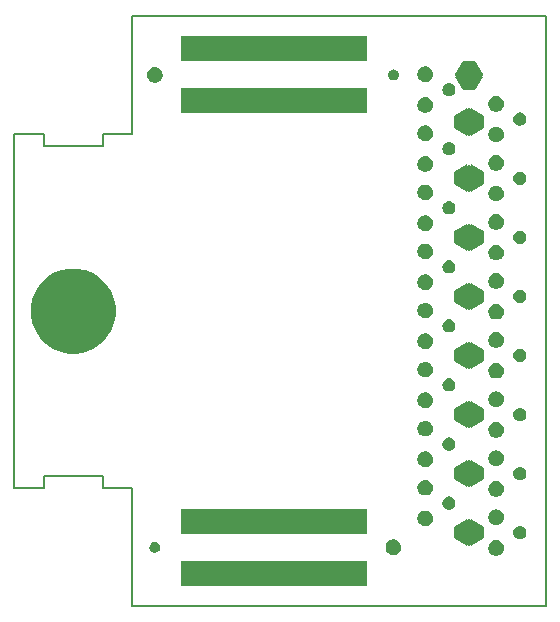
<source format=gbs>
From dc37b6407ed6c9434a7f2d8e9eef8221311e0f0a Mon Sep 17 00:00:00 2001
From: jaseg <git@jaseg.net>
Date: Tue, 27 Nov 2018 11:17:33 +0900
Subject: Do proper pretty breakout gerber export

---
 .../gerber.out/cable_breakout-B.Mask.gbs           | 2182 ++++++++++++++++++++
 1 file changed, 2182 insertions(+)
 create mode 100644 cable_breakout/gerber.out/cable_breakout-B.Mask.gbs

(limited to 'cable_breakout/gerber.out/cable_breakout-B.Mask.gbs')

diff --git a/cable_breakout/gerber.out/cable_breakout-B.Mask.gbs b/cable_breakout/gerber.out/cable_breakout-B.Mask.gbs
new file mode 100644
index 0000000..5dbc77a
--- /dev/null
+++ b/cable_breakout/gerber.out/cable_breakout-B.Mask.gbs
@@ -0,0 +1,2182 @@
+G04 #@! TF.GenerationSoftware,KiCad,Pcbnew,(5.0.1)*
+G04 #@! TF.CreationDate,2018-11-27T11:11:20+09:00*
+G04 #@! TF.ProjectId,cable_breakout,6361626C655F627265616B6F75742E6B,rev?*
+G04 #@! TF.SameCoordinates,Original*
+G04 #@! TF.FileFunction,Soldermask,Bot*
+G04 #@! TF.FilePolarity,Negative*
+%FSLAX46Y46*%
+G04 Gerber Fmt 4.6, Leading zero omitted, Abs format (unit mm)*
+G04 Created by KiCad (PCBNEW (5.0.1)) date Tue Nov 27 11:11:20 2018*
+%MOMM*%
+%LPD*%
+G01*
+G04 APERTURE LIST*
+%ADD10C,0.150000*%
+%ADD11C,0.500000*%
+%ADD12C,0.100000*%
+G04 APERTURE END LIST*
+D10*
+X117500000Y-130000000D02*
+X120000000Y-130000000D01*
+X117500000Y-129000000D02*
+X117500000Y-130000000D01*
+X112500000Y-129000000D02*
+X117500000Y-129000000D01*
+X112500000Y-130000000D02*
+X112500000Y-129000000D01*
+X110000000Y-130000000D02*
+X112500000Y-130000000D01*
+X117500000Y-100000000D02*
+X120000000Y-100000000D01*
+X117500000Y-101000000D02*
+X117500000Y-100000000D01*
+X112500000Y-101000000D02*
+X117500000Y-101000000D01*
+X112500000Y-100000000D02*
+X112500000Y-101000000D01*
+X110000000Y-100000000D02*
+X112500000Y-100000000D01*
+X120000000Y-130000000D02*
+X120000000Y-140000000D01*
+X120000000Y-90000000D02*
+X120000000Y-100000000D01*
+X155000000Y-140000000D02*
+X155000000Y-90000000D01*
+X120000000Y-140000000D02*
+X155000000Y-140000000D01*
+X155000000Y-90000000D02*
+X120000000Y-90000000D01*
+X110000000Y-130000000D02*
+X110000000Y-100000000D01*
+D11*
+G04 #@! TO.C,JP1*
+X148500000Y-98100000D02*
+X148500000Y-99900000D01*
+G04 #@! TO.C,JP2*
+X148500000Y-102850000D02*
+X148500000Y-104650000D01*
+G04 #@! TO.C,JP3*
+X148500000Y-107850000D02*
+X148500000Y-109650000D01*
+G04 #@! TO.C,JP4*
+X148500000Y-112850000D02*
+X148500000Y-114650000D01*
+G04 #@! TO.C,JP5*
+X149400000Y-95050000D02*
+X147600000Y-95050000D01*
+G04 #@! TO.C,JP6*
+X148500000Y-132850000D02*
+X148500000Y-134650000D01*
+G04 #@! TO.C,JP7*
+X148500000Y-127850000D02*
+X148500000Y-129650000D01*
+G04 #@! TO.C,JP8*
+X148500000Y-122850000D02*
+X148500000Y-124650000D01*
+G04 #@! TO.C,JP9*
+X148500000Y-117850000D02*
+X148500000Y-119650000D01*
+D12*
+G36*
+X139910000Y-138260000D02*
+X124090000Y-138260000D01*
+X124090000Y-136140000D01*
+X139910000Y-136140000D01*
+X139910000Y-138260000D01*
+X139910000Y-138260000D01*
+G37*
+G36*
+X150992514Y-134415363D02*
+X151112627Y-134465116D01*
+X151220726Y-134537345D01*
+X151312655Y-134629274D01*
+X151384884Y-134737373D01*
+X151434637Y-134857486D01*
+X151460000Y-134984994D01*
+X151460000Y-135115006D01*
+X151434637Y-135242514D01*
+X151384884Y-135362627D01*
+X151312655Y-135470726D01*
+X151220726Y-135562655D01*
+X151112627Y-135634884D01*
+X150992514Y-135684637D01*
+X150865006Y-135710000D01*
+X150734994Y-135710000D01*
+X150607486Y-135684637D01*
+X150487373Y-135634884D01*
+X150379274Y-135562655D01*
+X150287345Y-135470726D01*
+X150215116Y-135362627D01*
+X150165363Y-135242514D01*
+X150140000Y-135115006D01*
+X150140000Y-134984994D01*
+X150165363Y-134857486D01*
+X150215116Y-134737373D01*
+X150287345Y-134629274D01*
+X150379274Y-134537345D01*
+X150487373Y-134465116D01*
+X150607486Y-134415363D01*
+X150734994Y-134390000D01*
+X150865006Y-134390000D01*
+X150992514Y-134415363D01*
+X150992514Y-134415363D01*
+G37*
+G36*
+X142292514Y-134365363D02*
+X142412627Y-134415116D01*
+X142520726Y-134487345D01*
+X142612655Y-134579274D01*
+X142684884Y-134687373D01*
+X142734637Y-134807486D01*
+X142760000Y-134934994D01*
+X142760000Y-135065006D01*
+X142734637Y-135192514D01*
+X142684884Y-135312627D01*
+X142612655Y-135420726D01*
+X142520726Y-135512655D01*
+X142412627Y-135584884D01*
+X142292514Y-135634637D01*
+X142165006Y-135660000D01*
+X142034994Y-135660000D01*
+X141907486Y-135634637D01*
+X141787373Y-135584884D01*
+X141679274Y-135512655D01*
+X141587345Y-135420726D01*
+X141515116Y-135312627D01*
+X141465363Y-135192514D01*
+X141440000Y-135065006D01*
+X141440000Y-134934994D01*
+X141465363Y-134807486D01*
+X141515116Y-134687373D01*
+X141587345Y-134579274D01*
+X141679274Y-134487345D01*
+X141787373Y-134415116D01*
+X141907486Y-134365363D01*
+X142034994Y-134340000D01*
+X142165006Y-134340000D01*
+X142292514Y-134365363D01*
+X142292514Y-134365363D01*
+G37*
+G36*
+X122034177Y-134557677D02*
+X122117892Y-134592352D01*
+X122193236Y-134642696D01*
+X122257304Y-134706764D01*
+X122307648Y-134782108D01*
+X122342323Y-134865823D01*
+X122360000Y-134954692D01*
+X122360000Y-135045308D01*
+X122342323Y-135134177D01*
+X122307648Y-135217892D01*
+X122257304Y-135293236D01*
+X122193236Y-135357304D01*
+X122117892Y-135407648D01*
+X122034177Y-135442323D01*
+X121945308Y-135460000D01*
+X121854692Y-135460000D01*
+X121765823Y-135442323D01*
+X121682108Y-135407648D01*
+X121606764Y-135357304D01*
+X121542696Y-135293236D01*
+X121492352Y-135217892D01*
+X121457677Y-135134177D01*
+X121440000Y-135045308D01*
+X121440000Y-134954692D01*
+X121457677Y-134865823D01*
+X121492352Y-134782108D01*
+X121542696Y-134706764D01*
+X121606764Y-134642696D01*
+X121682108Y-134592352D01*
+X121765823Y-134557677D01*
+X121854692Y-134540000D01*
+X121945308Y-134540000D01*
+X122034177Y-134557677D01*
+X122034177Y-134557677D01*
+G37*
+G36*
+X149760000Y-133266029D02*
+X149760000Y-134233971D01*
+X148640000Y-134905971D01*
+X148640000Y-132594029D01*
+X149760000Y-133266029D01*
+X149760000Y-133266029D01*
+G37*
+G36*
+X148360000Y-134905971D02*
+X147240000Y-134233971D01*
+X147240000Y-133266029D01*
+X148360000Y-132594029D01*
+X148360000Y-134905971D01*
+X148360000Y-134905971D01*
+G37*
+G36*
+X152963346Y-133211520D02*
+X153065260Y-133253734D01*
+X153156979Y-133315019D01*
+X153234981Y-133393021D01*
+X153296266Y-133484740D01*
+X153338480Y-133586654D01*
+X153360000Y-133694845D01*
+X153360000Y-133805155D01*
+X153338480Y-133913346D01*
+X153296266Y-134015260D01*
+X153234981Y-134106979D01*
+X153156979Y-134184981D01*
+X153065260Y-134246266D01*
+X152963346Y-134288480D01*
+X152855155Y-134310000D01*
+X152744845Y-134310000D01*
+X152636654Y-134288480D01*
+X152534740Y-134246266D01*
+X152443021Y-134184981D01*
+X152365019Y-134106979D01*
+X152303734Y-134015260D01*
+X152261520Y-133913346D01*
+X152240000Y-133805155D01*
+X152240000Y-133694845D01*
+X152261520Y-133586654D01*
+X152303734Y-133484740D01*
+X152365019Y-133393021D01*
+X152443021Y-133315019D01*
+X152534740Y-133253734D01*
+X152636654Y-133211520D01*
+X152744845Y-133190000D01*
+X152855155Y-133190000D01*
+X152963346Y-133211520D01*
+X152963346Y-133211520D01*
+G37*
+G36*
+X139910000Y-133860000D02*
+X124095982Y-133860000D01*
+X124095982Y-131740000D01*
+X139910000Y-131740000D01*
+X139910000Y-133860000D01*
+X139910000Y-133860000D01*
+G37*
+G36*
+X144992514Y-131915363D02*
+X145112627Y-131965116D01*
+X145220726Y-132037345D01*
+X145312655Y-132129274D01*
+X145384884Y-132237373D01*
+X145434637Y-132357486D01*
+X145460000Y-132484994D01*
+X145460000Y-132615006D01*
+X145434637Y-132742514D01*
+X145384884Y-132862627D01*
+X145312655Y-132970726D01*
+X145220726Y-133062655D01*
+X145112627Y-133134884D01*
+X144992514Y-133184637D01*
+X144865006Y-133210000D01*
+X144734994Y-133210000D01*
+X144607486Y-133184637D01*
+X144487373Y-133134884D01*
+X144379274Y-133062655D01*
+X144287345Y-132970726D01*
+X144215116Y-132862627D01*
+X144165363Y-132742514D01*
+X144140000Y-132615006D01*
+X144140000Y-132484994D01*
+X144165363Y-132357486D01*
+X144215116Y-132237373D01*
+X144287345Y-132129274D01*
+X144379274Y-132037345D01*
+X144487373Y-131965116D01*
+X144607486Y-131915363D01*
+X144734994Y-131890000D01*
+X144865006Y-131890000D01*
+X144992514Y-131915363D01*
+X144992514Y-131915363D01*
+G37*
+G36*
+X150992514Y-131815363D02*
+X151112627Y-131865116D01*
+X151220726Y-131937345D01*
+X151312655Y-132029274D01*
+X151384884Y-132137373D01*
+X151434637Y-132257486D01*
+X151460000Y-132384994D01*
+X151460000Y-132515006D01*
+X151434637Y-132642514D01*
+X151384884Y-132762627D01*
+X151312655Y-132870726D01*
+X151220726Y-132962655D01*
+X151112627Y-133034884D01*
+X150992514Y-133084637D01*
+X150865006Y-133110000D01*
+X150734994Y-133110000D01*
+X150607486Y-133084637D01*
+X150487373Y-133034884D01*
+X150379274Y-132962655D01*
+X150287345Y-132870726D01*
+X150215116Y-132762627D01*
+X150165363Y-132642514D01*
+X150140000Y-132515006D01*
+X150140000Y-132384994D01*
+X150165363Y-132257486D01*
+X150215116Y-132137373D01*
+X150287345Y-132029274D01*
+X150379274Y-131937345D01*
+X150487373Y-131865116D01*
+X150607486Y-131815363D01*
+X150734994Y-131790000D01*
+X150865006Y-131790000D01*
+X150992514Y-131815363D01*
+X150992514Y-131815363D01*
+G37*
+G36*
+X146963346Y-130711520D02*
+X147065260Y-130753734D01*
+X147156979Y-130815019D01*
+X147234981Y-130893021D01*
+X147296266Y-130984740D01*
+X147338480Y-131086654D01*
+X147360000Y-131194845D01*
+X147360000Y-131305155D01*
+X147338480Y-131413346D01*
+X147296266Y-131515260D01*
+X147234981Y-131606979D01*
+X147156979Y-131684981D01*
+X147065260Y-131746266D01*
+X146963346Y-131788480D01*
+X146855155Y-131810000D01*
+X146744845Y-131810000D01*
+X146636654Y-131788480D01*
+X146534740Y-131746266D01*
+X146443021Y-131684981D01*
+X146365019Y-131606979D01*
+X146303734Y-131515260D01*
+X146261520Y-131413346D01*
+X146240000Y-131305155D01*
+X146240000Y-131194845D01*
+X146261520Y-131086654D01*
+X146303734Y-130984740D01*
+X146365019Y-130893021D01*
+X146443021Y-130815019D01*
+X146534740Y-130753734D01*
+X146636654Y-130711520D01*
+X146744845Y-130690000D01*
+X146855155Y-130690000D01*
+X146963346Y-130711520D01*
+X146963346Y-130711520D01*
+G37*
+G36*
+X150992514Y-129415363D02*
+X151112627Y-129465116D01*
+X151220726Y-129537345D01*
+X151312655Y-129629274D01*
+X151384884Y-129737373D01*
+X151434637Y-129857486D01*
+X151460000Y-129984994D01*
+X151460000Y-130115006D01*
+X151434637Y-130242514D01*
+X151384884Y-130362627D01*
+X151312655Y-130470726D01*
+X151220726Y-130562655D01*
+X151112627Y-130634884D01*
+X150992514Y-130684637D01*
+X150865006Y-130710000D01*
+X150734994Y-130710000D01*
+X150607486Y-130684637D01*
+X150487373Y-130634884D01*
+X150379274Y-130562655D01*
+X150287345Y-130470726D01*
+X150215116Y-130362627D01*
+X150165363Y-130242514D01*
+X150140000Y-130115006D01*
+X150140000Y-129984994D01*
+X150165363Y-129857486D01*
+X150215116Y-129737373D01*
+X150287345Y-129629274D01*
+X150379274Y-129537345D01*
+X150487373Y-129465116D01*
+X150607486Y-129415363D01*
+X150734994Y-129390000D01*
+X150865006Y-129390000D01*
+X150992514Y-129415363D01*
+X150992514Y-129415363D01*
+G37*
+G36*
+X144992514Y-129315363D02*
+X145112627Y-129365116D01*
+X145220726Y-129437345D01*
+X145312655Y-129529274D01*
+X145384884Y-129637373D01*
+X145434637Y-129757486D01*
+X145460000Y-129884994D01*
+X145460000Y-130015006D01*
+X145434637Y-130142514D01*
+X145384884Y-130262627D01*
+X145312655Y-130370726D01*
+X145220726Y-130462655D01*
+X145112627Y-130534884D01*
+X144992514Y-130584637D01*
+X144865006Y-130610000D01*
+X144734994Y-130610000D01*
+X144607486Y-130584637D01*
+X144487373Y-130534884D01*
+X144379274Y-130462655D01*
+X144287345Y-130370726D01*
+X144215116Y-130262627D01*
+X144165363Y-130142514D01*
+X144140000Y-130015006D01*
+X144140000Y-129884994D01*
+X144165363Y-129757486D01*
+X144215116Y-129637373D01*
+X144287345Y-129529274D01*
+X144379274Y-129437345D01*
+X144487373Y-129365116D01*
+X144607486Y-129315363D01*
+X144734994Y-129290000D01*
+X144865006Y-129290000D01*
+X144992514Y-129315363D01*
+X144992514Y-129315363D01*
+G37*
+G36*
+X148360000Y-129905971D02*
+X147240000Y-129233971D01*
+X147240000Y-128266029D01*
+X148360000Y-127594029D01*
+X148360000Y-129905971D01*
+X148360000Y-129905971D01*
+G37*
+G36*
+X149760000Y-128266029D02*
+X149760000Y-129233971D01*
+X148640000Y-129905971D01*
+X148640000Y-127594029D01*
+X149760000Y-128266029D01*
+X149760000Y-128266029D01*
+G37*
+G36*
+X152963346Y-128211520D02*
+X153065260Y-128253734D01*
+X153156979Y-128315019D01*
+X153234981Y-128393021D01*
+X153296266Y-128484740D01*
+X153338480Y-128586654D01*
+X153360000Y-128694845D01*
+X153360000Y-128805155D01*
+X153338480Y-128913346D01*
+X153296266Y-129015260D01*
+X153234981Y-129106979D01*
+X153156979Y-129184981D01*
+X153065260Y-129246266D01*
+X152963346Y-129288480D01*
+X152855155Y-129310000D01*
+X152744845Y-129310000D01*
+X152636654Y-129288480D01*
+X152534740Y-129246266D01*
+X152443021Y-129184981D01*
+X152365019Y-129106979D01*
+X152303734Y-129015260D01*
+X152261520Y-128913346D01*
+X152240000Y-128805155D01*
+X152240000Y-128694845D01*
+X152261520Y-128586654D01*
+X152303734Y-128484740D01*
+X152365019Y-128393021D01*
+X152443021Y-128315019D01*
+X152534740Y-128253734D01*
+X152636654Y-128211520D01*
+X152744845Y-128190000D01*
+X152855155Y-128190000D01*
+X152963346Y-128211520D01*
+X152963346Y-128211520D01*
+G37*
+G36*
+X144992514Y-126915363D02*
+X145112627Y-126965116D01*
+X145220726Y-127037345D01*
+X145312655Y-127129274D01*
+X145384884Y-127237373D01*
+X145434637Y-127357486D01*
+X145460000Y-127484994D01*
+X145460000Y-127615006D01*
+X145434637Y-127742514D01*
+X145384884Y-127862627D01*
+X145312655Y-127970726D01*
+X145220726Y-128062655D01*
+X145112627Y-128134884D01*
+X144992514Y-128184637D01*
+X144865006Y-128210000D01*
+X144734994Y-128210000D01*
+X144607486Y-128184637D01*
+X144487373Y-128134884D01*
+X144379274Y-128062655D01*
+X144287345Y-127970726D01*
+X144215116Y-127862627D01*
+X144165363Y-127742514D01*
+X144140000Y-127615006D01*
+X144140000Y-127484994D01*
+X144165363Y-127357486D01*
+X144215116Y-127237373D01*
+X144287345Y-127129274D01*
+X144379274Y-127037345D01*
+X144487373Y-126965116D01*
+X144607486Y-126915363D01*
+X144734994Y-126890000D01*
+X144865006Y-126890000D01*
+X144992514Y-126915363D01*
+X144992514Y-126915363D01*
+G37*
+G36*
+X150992514Y-126815363D02*
+X151112627Y-126865116D01*
+X151220726Y-126937345D01*
+X151312655Y-127029274D01*
+X151384884Y-127137373D01*
+X151434637Y-127257486D01*
+X151460000Y-127384994D01*
+X151460000Y-127515006D01*
+X151434637Y-127642514D01*
+X151384884Y-127762627D01*
+X151312655Y-127870726D01*
+X151220726Y-127962655D01*
+X151112627Y-128034884D01*
+X150992514Y-128084637D01*
+X150865006Y-128110000D01*
+X150734994Y-128110000D01*
+X150607486Y-128084637D01*
+X150487373Y-128034884D01*
+X150379274Y-127962655D01*
+X150287345Y-127870726D01*
+X150215116Y-127762627D01*
+X150165363Y-127642514D01*
+X150140000Y-127515006D01*
+X150140000Y-127384994D01*
+X150165363Y-127257486D01*
+X150215116Y-127137373D01*
+X150287345Y-127029274D01*
+X150379274Y-126937345D01*
+X150487373Y-126865116D01*
+X150607486Y-126815363D01*
+X150734994Y-126790000D01*
+X150865006Y-126790000D01*
+X150992514Y-126815363D01*
+X150992514Y-126815363D01*
+G37*
+G36*
+X146963346Y-125711520D02*
+X147065260Y-125753734D01*
+X147156979Y-125815019D01*
+X147234981Y-125893021D01*
+X147296266Y-125984740D01*
+X147338480Y-126086654D01*
+X147360000Y-126194845D01*
+X147360000Y-126305155D01*
+X147338480Y-126413346D01*
+X147296266Y-126515260D01*
+X147234981Y-126606979D01*
+X147156979Y-126684981D01*
+X147065260Y-126746266D01*
+X146963346Y-126788480D01*
+X146855155Y-126810000D01*
+X146744845Y-126810000D01*
+X146636654Y-126788480D01*
+X146534740Y-126746266D01*
+X146443021Y-126684981D01*
+X146365019Y-126606979D01*
+X146303734Y-126515260D01*
+X146261520Y-126413346D01*
+X146240000Y-126305155D01*
+X146240000Y-126194845D01*
+X146261520Y-126086654D01*
+X146303734Y-125984740D01*
+X146365019Y-125893021D01*
+X146443021Y-125815019D01*
+X146534740Y-125753734D01*
+X146636654Y-125711520D01*
+X146744845Y-125690000D01*
+X146855155Y-125690000D01*
+X146963346Y-125711520D01*
+X146963346Y-125711520D01*
+G37*
+G36*
+X150992514Y-124415363D02*
+X151112627Y-124465116D01*
+X151220726Y-124537345D01*
+X151312655Y-124629274D01*
+X151384884Y-124737373D01*
+X151434637Y-124857486D01*
+X151460000Y-124984994D01*
+X151460000Y-125115006D01*
+X151434637Y-125242514D01*
+X151384884Y-125362627D01*
+X151312655Y-125470726D01*
+X151220726Y-125562655D01*
+X151112627Y-125634884D01*
+X150992514Y-125684637D01*
+X150865006Y-125710000D01*
+X150734994Y-125710000D01*
+X150607486Y-125684637D01*
+X150487373Y-125634884D01*
+X150379274Y-125562655D01*
+X150287345Y-125470726D01*
+X150215116Y-125362627D01*
+X150165363Y-125242514D01*
+X150140000Y-125115006D01*
+X150140000Y-124984994D01*
+X150165363Y-124857486D01*
+X150215116Y-124737373D01*
+X150287345Y-124629274D01*
+X150379274Y-124537345D01*
+X150487373Y-124465116D01*
+X150607486Y-124415363D01*
+X150734994Y-124390000D01*
+X150865006Y-124390000D01*
+X150992514Y-124415363D01*
+X150992514Y-124415363D01*
+G37*
+G36*
+X144992514Y-124315363D02*
+X145112627Y-124365116D01*
+X145220726Y-124437345D01*
+X145312655Y-124529274D01*
+X145384884Y-124637373D01*
+X145434637Y-124757486D01*
+X145460000Y-124884994D01*
+X145460000Y-125015006D01*
+X145434637Y-125142514D01*
+X145384884Y-125262627D01*
+X145312655Y-125370726D01*
+X145220726Y-125462655D01*
+X145112627Y-125534884D01*
+X144992514Y-125584637D01*
+X144865006Y-125610000D01*
+X144734994Y-125610000D01*
+X144607486Y-125584637D01*
+X144487373Y-125534884D01*
+X144379274Y-125462655D01*
+X144287345Y-125370726D01*
+X144215116Y-125262627D01*
+X144165363Y-125142514D01*
+X144140000Y-125015006D01*
+X144140000Y-124884994D01*
+X144165363Y-124757486D01*
+X144215116Y-124637373D01*
+X144287345Y-124529274D01*
+X144379274Y-124437345D01*
+X144487373Y-124365116D01*
+X144607486Y-124315363D01*
+X144734994Y-124290000D01*
+X144865006Y-124290000D01*
+X144992514Y-124315363D01*
+X144992514Y-124315363D01*
+G37*
+G36*
+X148360000Y-124905971D02*
+X147240000Y-124233971D01*
+X147240000Y-123266029D01*
+X148360000Y-122594029D01*
+X148360000Y-124905971D01*
+X148360000Y-124905971D01*
+G37*
+G36*
+X149760000Y-123266029D02*
+X149760000Y-124233971D01*
+X148640000Y-124905971D01*
+X148640000Y-122594029D01*
+X149760000Y-123266029D01*
+X149760000Y-123266029D01*
+G37*
+G36*
+X152963346Y-123211520D02*
+X153065260Y-123253734D01*
+X153156979Y-123315019D01*
+X153234981Y-123393021D01*
+X153296266Y-123484740D01*
+X153338480Y-123586654D01*
+X153360000Y-123694845D01*
+X153360000Y-123805155D01*
+X153338480Y-123913346D01*
+X153296266Y-124015260D01*
+X153234981Y-124106979D01*
+X153156979Y-124184981D01*
+X153065260Y-124246266D01*
+X152963346Y-124288480D01*
+X152855155Y-124310000D01*
+X152744845Y-124310000D01*
+X152636654Y-124288480D01*
+X152534740Y-124246266D01*
+X152443021Y-124184981D01*
+X152365019Y-124106979D01*
+X152303734Y-124015260D01*
+X152261520Y-123913346D01*
+X152240000Y-123805155D01*
+X152240000Y-123694845D01*
+X152261520Y-123586654D01*
+X152303734Y-123484740D01*
+X152365019Y-123393021D01*
+X152443021Y-123315019D01*
+X152534740Y-123253734D01*
+X152636654Y-123211520D01*
+X152744845Y-123190000D01*
+X152855155Y-123190000D01*
+X152963346Y-123211520D01*
+X152963346Y-123211520D01*
+G37*
+G36*
+X144992514Y-121915363D02*
+X145112627Y-121965116D01*
+X145220726Y-122037345D01*
+X145312655Y-122129274D01*
+X145384884Y-122237373D01*
+X145434637Y-122357486D01*
+X145460000Y-122484994D01*
+X145460000Y-122615006D01*
+X145434637Y-122742514D01*
+X145384884Y-122862627D01*
+X145312655Y-122970726D01*
+X145220726Y-123062655D01*
+X145112627Y-123134884D01*
+X144992514Y-123184637D01*
+X144865006Y-123210000D01*
+X144734994Y-123210000D01*
+X144607486Y-123184637D01*
+X144487373Y-123134884D01*
+X144379274Y-123062655D01*
+X144287345Y-122970726D01*
+X144215116Y-122862627D01*
+X144165363Y-122742514D01*
+X144140000Y-122615006D01*
+X144140000Y-122484994D01*
+X144165363Y-122357486D01*
+X144215116Y-122237373D01*
+X144287345Y-122129274D01*
+X144379274Y-122037345D01*
+X144487373Y-121965116D01*
+X144607486Y-121915363D01*
+X144734994Y-121890000D01*
+X144865006Y-121890000D01*
+X144992514Y-121915363D01*
+X144992514Y-121915363D01*
+G37*
+G36*
+X150992514Y-121815363D02*
+X151112627Y-121865116D01*
+X151220726Y-121937345D01*
+X151312655Y-122029274D01*
+X151384884Y-122137373D01*
+X151434637Y-122257486D01*
+X151460000Y-122384994D01*
+X151460000Y-122515006D01*
+X151434637Y-122642514D01*
+X151384884Y-122762627D01*
+X151312655Y-122870726D01*
+X151220726Y-122962655D01*
+X151112627Y-123034884D01*
+X150992514Y-123084637D01*
+X150865006Y-123110000D01*
+X150734994Y-123110000D01*
+X150607486Y-123084637D01*
+X150487373Y-123034884D01*
+X150379274Y-122962655D01*
+X150287345Y-122870726D01*
+X150215116Y-122762627D01*
+X150165363Y-122642514D01*
+X150140000Y-122515006D01*
+X150140000Y-122384994D01*
+X150165363Y-122257486D01*
+X150215116Y-122137373D01*
+X150287345Y-122029274D01*
+X150379274Y-121937345D01*
+X150487373Y-121865116D01*
+X150607486Y-121815363D01*
+X150734994Y-121790000D01*
+X150865006Y-121790000D01*
+X150992514Y-121815363D01*
+X150992514Y-121815363D01*
+G37*
+G36*
+X146963346Y-120711520D02*
+X147065260Y-120753734D01*
+X147156979Y-120815019D01*
+X147234981Y-120893021D01*
+X147296266Y-120984740D01*
+X147338480Y-121086654D01*
+X147360000Y-121194845D01*
+X147360000Y-121305155D01*
+X147338480Y-121413346D01*
+X147296266Y-121515260D01*
+X147234981Y-121606979D01*
+X147156979Y-121684981D01*
+X147065260Y-121746266D01*
+X146963346Y-121788480D01*
+X146855155Y-121810000D01*
+X146744845Y-121810000D01*
+X146636654Y-121788480D01*
+X146534740Y-121746266D01*
+X146443021Y-121684981D01*
+X146365019Y-121606979D01*
+X146303734Y-121515260D01*
+X146261520Y-121413346D01*
+X146240000Y-121305155D01*
+X146240000Y-121194845D01*
+X146261520Y-121086654D01*
+X146303734Y-120984740D01*
+X146365019Y-120893021D01*
+X146443021Y-120815019D01*
+X146534740Y-120753734D01*
+X146636654Y-120711520D01*
+X146744845Y-120690000D01*
+X146855155Y-120690000D01*
+X146963346Y-120711520D01*
+X146963346Y-120711520D01*
+G37*
+G36*
+X150992514Y-119415363D02*
+X151112627Y-119465116D01*
+X151220726Y-119537345D01*
+X151312655Y-119629274D01*
+X151384884Y-119737373D01*
+X151434637Y-119857486D01*
+X151460000Y-119984994D01*
+X151460000Y-120115006D01*
+X151434637Y-120242514D01*
+X151384884Y-120362627D01*
+X151312655Y-120470726D01*
+X151220726Y-120562655D01*
+X151112627Y-120634884D01*
+X150992514Y-120684637D01*
+X150865006Y-120710000D01*
+X150734994Y-120710000D01*
+X150607486Y-120684637D01*
+X150487373Y-120634884D01*
+X150379274Y-120562655D01*
+X150287345Y-120470726D01*
+X150215116Y-120362627D01*
+X150165363Y-120242514D01*
+X150140000Y-120115006D01*
+X150140000Y-119984994D01*
+X150165363Y-119857486D01*
+X150215116Y-119737373D01*
+X150287345Y-119629274D01*
+X150379274Y-119537345D01*
+X150487373Y-119465116D01*
+X150607486Y-119415363D01*
+X150734994Y-119390000D01*
+X150865006Y-119390000D01*
+X150992514Y-119415363D01*
+X150992514Y-119415363D01*
+G37*
+G36*
+X144992514Y-119315363D02*
+X145112627Y-119365116D01*
+X145220726Y-119437345D01*
+X145312655Y-119529274D01*
+X145384884Y-119637373D01*
+X145434637Y-119757486D01*
+X145460000Y-119884994D01*
+X145460000Y-120015006D01*
+X145434637Y-120142514D01*
+X145384884Y-120262627D01*
+X145312655Y-120370726D01*
+X145220726Y-120462655D01*
+X145112627Y-120534884D01*
+X144992514Y-120584637D01*
+X144865006Y-120610000D01*
+X144734994Y-120610000D01*
+X144607486Y-120584637D01*
+X144487373Y-120534884D01*
+X144379274Y-120462655D01*
+X144287345Y-120370726D01*
+X144215116Y-120262627D01*
+X144165363Y-120142514D01*
+X144140000Y-120015006D01*
+X144140000Y-119884994D01*
+X144165363Y-119757486D01*
+X144215116Y-119637373D01*
+X144287345Y-119529274D01*
+X144379274Y-119437345D01*
+X144487373Y-119365116D01*
+X144607486Y-119315363D01*
+X144734994Y-119290000D01*
+X144865006Y-119290000D01*
+X144992514Y-119315363D01*
+X144992514Y-119315363D01*
+G37*
+G36*
+X149760000Y-118266029D02*
+X149760000Y-119233971D01*
+X148640000Y-119905971D01*
+X148640000Y-117594029D01*
+X149760000Y-118266029D01*
+X149760000Y-118266029D01*
+G37*
+G36*
+X148360000Y-119905971D02*
+X147240000Y-119233971D01*
+X147240000Y-118266029D01*
+X148360000Y-117594029D01*
+X148360000Y-119905971D01*
+X148360000Y-119905971D01*
+G37*
+G36*
+X152963346Y-118211520D02*
+X153065260Y-118253734D01*
+X153156979Y-118315019D01*
+X153234981Y-118393021D01*
+X153296266Y-118484740D01*
+X153338480Y-118586654D01*
+X153360000Y-118694845D01*
+X153360000Y-118805155D01*
+X153338480Y-118913346D01*
+X153296266Y-119015260D01*
+X153234981Y-119106979D01*
+X153156979Y-119184981D01*
+X153065260Y-119246266D01*
+X152963346Y-119288480D01*
+X152855155Y-119310000D01*
+X152744845Y-119310000D01*
+X152636654Y-119288480D01*
+X152534740Y-119246266D01*
+X152443021Y-119184981D01*
+X152365019Y-119106979D01*
+X152303734Y-119015260D01*
+X152261520Y-118913346D01*
+X152240000Y-118805155D01*
+X152240000Y-118694845D01*
+X152261520Y-118586654D01*
+X152303734Y-118484740D01*
+X152365019Y-118393021D01*
+X152443021Y-118315019D01*
+X152534740Y-118253734D01*
+X152636654Y-118211520D01*
+X152744845Y-118190000D01*
+X152855155Y-118190000D01*
+X152963346Y-118211520D01*
+X152963346Y-118211520D01*
+G37*
+G36*
+X116050079Y-111538345D02*
+X116050082Y-111538346D01*
+X116050081Y-111538346D01*
+X116705240Y-111809721D01*
+X117195605Y-112137373D01*
+X117294869Y-112203699D01*
+X117796301Y-112705131D01*
+X117796303Y-112705134D01*
+X118190279Y-113294760D01*
+X118268971Y-113484741D01*
+X118461655Y-113949921D01*
+X118600000Y-114645429D01*
+X118600000Y-115354571D01*
+X118461655Y-116050079D01*
+X118461654Y-116050081D01*
+X118190279Y-116705240D01*
+X117798081Y-117292205D01*
+X117796301Y-117294869D01*
+X117294869Y-117796301D01*
+X117294866Y-117796303D01*
+X116705240Y-118190279D01*
+X116215783Y-118393018D01*
+X116050079Y-118461655D01*
+X115354571Y-118600000D01*
+X114645429Y-118600000D01*
+X113949921Y-118461655D01*
+X113784217Y-118393018D01*
+X113294760Y-118190279D01*
+X112705134Y-117796303D01*
+X112705131Y-117796301D01*
+X112203699Y-117294869D01*
+X112201919Y-117292205D01*
+X111809721Y-116705240D01*
+X111538346Y-116050081D01*
+X111538345Y-116050079D01*
+X111400000Y-115354571D01*
+X111400000Y-114645429D01*
+X111538345Y-113949921D01*
+X111731029Y-113484741D01*
+X111809721Y-113294760D01*
+X112203697Y-112705134D01*
+X112203699Y-112705131D01*
+X112705131Y-112203699D01*
+X112804395Y-112137373D01*
+X113294760Y-111809721D01*
+X113949919Y-111538346D01*
+X113949918Y-111538346D01*
+X113949921Y-111538345D01*
+X114645429Y-111400000D01*
+X115354571Y-111400000D01*
+X116050079Y-111538345D01*
+X116050079Y-111538345D01*
+G37*
+G36*
+X144992514Y-116915363D02*
+X145112627Y-116965116D01*
+X145220726Y-117037345D01*
+X145312655Y-117129274D01*
+X145384884Y-117237373D01*
+X145434637Y-117357486D01*
+X145460000Y-117484994D01*
+X145460000Y-117615006D01*
+X145434637Y-117742514D01*
+X145384884Y-117862627D01*
+X145312655Y-117970726D01*
+X145220726Y-118062655D01*
+X145112627Y-118134884D01*
+X144992514Y-118184637D01*
+X144865006Y-118210000D01*
+X144734994Y-118210000D01*
+X144607486Y-118184637D01*
+X144487373Y-118134884D01*
+X144379274Y-118062655D01*
+X144287345Y-117970726D01*
+X144215116Y-117862627D01*
+X144165363Y-117742514D01*
+X144140000Y-117615006D01*
+X144140000Y-117484994D01*
+X144165363Y-117357486D01*
+X144215116Y-117237373D01*
+X144287345Y-117129274D01*
+X144379274Y-117037345D01*
+X144487373Y-116965116D01*
+X144607486Y-116915363D01*
+X144734994Y-116890000D01*
+X144865006Y-116890000D01*
+X144992514Y-116915363D01*
+X144992514Y-116915363D01*
+G37*
+G36*
+X150992514Y-116815363D02*
+X151112627Y-116865116D01*
+X151220726Y-116937345D01*
+X151312655Y-117029274D01*
+X151384884Y-117137373D01*
+X151434637Y-117257486D01*
+X151460000Y-117384994D01*
+X151460000Y-117515006D01*
+X151434637Y-117642514D01*
+X151384884Y-117762627D01*
+X151312655Y-117870726D01*
+X151220726Y-117962655D01*
+X151112627Y-118034884D01*
+X150992514Y-118084637D01*
+X150865006Y-118110000D01*
+X150734994Y-118110000D01*
+X150607486Y-118084637D01*
+X150487373Y-118034884D01*
+X150379274Y-117962655D01*
+X150287345Y-117870726D01*
+X150215116Y-117762627D01*
+X150165363Y-117642514D01*
+X150140000Y-117515006D01*
+X150140000Y-117384994D01*
+X150165363Y-117257486D01*
+X150215116Y-117137373D01*
+X150287345Y-117029274D01*
+X150379274Y-116937345D01*
+X150487373Y-116865116D01*
+X150607486Y-116815363D01*
+X150734994Y-116790000D01*
+X150865006Y-116790000D01*
+X150992514Y-116815363D01*
+X150992514Y-116815363D01*
+G37*
+G36*
+X146963346Y-115711520D02*
+X147065260Y-115753734D01*
+X147156979Y-115815019D01*
+X147234981Y-115893021D01*
+X147296266Y-115984740D01*
+X147338480Y-116086654D01*
+X147360000Y-116194845D01*
+X147360000Y-116305155D01*
+X147338480Y-116413346D01*
+X147296266Y-116515260D01*
+X147234981Y-116606979D01*
+X147156979Y-116684981D01*
+X147065260Y-116746266D01*
+X146963346Y-116788480D01*
+X146855155Y-116810000D01*
+X146744845Y-116810000D01*
+X146636654Y-116788480D01*
+X146534740Y-116746266D01*
+X146443021Y-116684981D01*
+X146365019Y-116606979D01*
+X146303734Y-116515260D01*
+X146261520Y-116413346D01*
+X146240000Y-116305155D01*
+X146240000Y-116194845D01*
+X146261520Y-116086654D01*
+X146303734Y-115984740D01*
+X146365019Y-115893021D01*
+X146443021Y-115815019D01*
+X146534740Y-115753734D01*
+X146636654Y-115711520D01*
+X146744845Y-115690000D01*
+X146855155Y-115690000D01*
+X146963346Y-115711520D01*
+X146963346Y-115711520D01*
+G37*
+G36*
+X150992514Y-114415363D02*
+X151112627Y-114465116D01*
+X151220726Y-114537345D01*
+X151312655Y-114629274D01*
+X151384884Y-114737373D01*
+X151434637Y-114857486D01*
+X151460000Y-114984994D01*
+X151460000Y-115115006D01*
+X151434637Y-115242514D01*
+X151384884Y-115362627D01*
+X151312655Y-115470726D01*
+X151220726Y-115562655D01*
+X151112627Y-115634884D01*
+X150992514Y-115684637D01*
+X150865006Y-115710000D01*
+X150734994Y-115710000D01*
+X150607486Y-115684637D01*
+X150487373Y-115634884D01*
+X150379274Y-115562655D01*
+X150287345Y-115470726D01*
+X150215116Y-115362627D01*
+X150165363Y-115242514D01*
+X150140000Y-115115006D01*
+X150140000Y-114984994D01*
+X150165363Y-114857486D01*
+X150215116Y-114737373D01*
+X150287345Y-114629274D01*
+X150379274Y-114537345D01*
+X150487373Y-114465116D01*
+X150607486Y-114415363D01*
+X150734994Y-114390000D01*
+X150865006Y-114390000D01*
+X150992514Y-114415363D01*
+X150992514Y-114415363D01*
+G37*
+G36*
+X144992514Y-114315363D02*
+X145112627Y-114365116D01*
+X145220726Y-114437345D01*
+X145312655Y-114529274D01*
+X145384884Y-114637373D01*
+X145434637Y-114757486D01*
+X145460000Y-114884994D01*
+X145460000Y-115015006D01*
+X145434637Y-115142514D01*
+X145384884Y-115262627D01*
+X145312655Y-115370726D01*
+X145220726Y-115462655D01*
+X145112627Y-115534884D01*
+X144992514Y-115584637D01*
+X144865006Y-115610000D01*
+X144734994Y-115610000D01*
+X144607486Y-115584637D01*
+X144487373Y-115534884D01*
+X144379274Y-115462655D01*
+X144287345Y-115370726D01*
+X144215116Y-115262627D01*
+X144165363Y-115142514D01*
+X144140000Y-115015006D01*
+X144140000Y-114884994D01*
+X144165363Y-114757486D01*
+X144215116Y-114637373D01*
+X144287345Y-114529274D01*
+X144379274Y-114437345D01*
+X144487373Y-114365116D01*
+X144607486Y-114315363D01*
+X144734994Y-114290000D01*
+X144865006Y-114290000D01*
+X144992514Y-114315363D01*
+X144992514Y-114315363D01*
+G37*
+G36*
+X149760000Y-113266029D02*
+X149760000Y-114233971D01*
+X148640000Y-114905971D01*
+X148640000Y-112594029D01*
+X149760000Y-113266029D01*
+X149760000Y-113266029D01*
+G37*
+G36*
+X148360000Y-114905971D02*
+X147240000Y-114233971D01*
+X147240000Y-113266029D01*
+X148360000Y-112594029D01*
+X148360000Y-114905971D01*
+X148360000Y-114905971D01*
+G37*
+G36*
+X152963346Y-113211520D02*
+X153065260Y-113253734D01*
+X153156979Y-113315019D01*
+X153234981Y-113393021D01*
+X153296266Y-113484740D01*
+X153338480Y-113586654D01*
+X153360000Y-113694845D01*
+X153360000Y-113805155D01*
+X153338480Y-113913346D01*
+X153296266Y-114015260D01*
+X153234981Y-114106979D01*
+X153156979Y-114184981D01*
+X153065260Y-114246266D01*
+X152963346Y-114288480D01*
+X152855155Y-114310000D01*
+X152744845Y-114310000D01*
+X152636654Y-114288480D01*
+X152534740Y-114246266D01*
+X152443021Y-114184981D01*
+X152365019Y-114106979D01*
+X152303734Y-114015260D01*
+X152261520Y-113913346D01*
+X152240000Y-113805155D01*
+X152240000Y-113694845D01*
+X152261520Y-113586654D01*
+X152303734Y-113484740D01*
+X152365019Y-113393021D01*
+X152443021Y-113315019D01*
+X152534740Y-113253734D01*
+X152636654Y-113211520D01*
+X152744845Y-113190000D01*
+X152855155Y-113190000D01*
+X152963346Y-113211520D01*
+X152963346Y-113211520D01*
+G37*
+G36*
+X144992514Y-111915363D02*
+X145112627Y-111965116D01*
+X145220726Y-112037345D01*
+X145312655Y-112129274D01*
+X145384884Y-112237373D01*
+X145434637Y-112357486D01*
+X145460000Y-112484994D01*
+X145460000Y-112615006D01*
+X145434637Y-112742514D01*
+X145384884Y-112862627D01*
+X145312655Y-112970726D01*
+X145220726Y-113062655D01*
+X145112627Y-113134884D01*
+X144992514Y-113184637D01*
+X144865006Y-113210000D01*
+X144734994Y-113210000D01*
+X144607486Y-113184637D01*
+X144487373Y-113134884D01*
+X144379274Y-113062655D01*
+X144287345Y-112970726D01*
+X144215116Y-112862627D01*
+X144165363Y-112742514D01*
+X144140000Y-112615006D01*
+X144140000Y-112484994D01*
+X144165363Y-112357486D01*
+X144215116Y-112237373D01*
+X144287345Y-112129274D01*
+X144379274Y-112037345D01*
+X144487373Y-111965116D01*
+X144607486Y-111915363D01*
+X144734994Y-111890000D01*
+X144865006Y-111890000D01*
+X144992514Y-111915363D01*
+X144992514Y-111915363D01*
+G37*
+G36*
+X150992514Y-111815363D02*
+X151112627Y-111865116D01*
+X151220726Y-111937345D01*
+X151312655Y-112029274D01*
+X151384884Y-112137373D01*
+X151434637Y-112257486D01*
+X151460000Y-112384994D01*
+X151460000Y-112515006D01*
+X151434637Y-112642514D01*
+X151384884Y-112762627D01*
+X151312655Y-112870726D01*
+X151220726Y-112962655D01*
+X151112627Y-113034884D01*
+X150992514Y-113084637D01*
+X150865006Y-113110000D01*
+X150734994Y-113110000D01*
+X150607486Y-113084637D01*
+X150487373Y-113034884D01*
+X150379274Y-112962655D01*
+X150287345Y-112870726D01*
+X150215116Y-112762627D01*
+X150165363Y-112642514D01*
+X150140000Y-112515006D01*
+X150140000Y-112384994D01*
+X150165363Y-112257486D01*
+X150215116Y-112137373D01*
+X150287345Y-112029274D01*
+X150379274Y-111937345D01*
+X150487373Y-111865116D01*
+X150607486Y-111815363D01*
+X150734994Y-111790000D01*
+X150865006Y-111790000D01*
+X150992514Y-111815363D01*
+X150992514Y-111815363D01*
+G37*
+G36*
+X146963346Y-110711520D02*
+X147065260Y-110753734D01*
+X147156979Y-110815019D01*
+X147234981Y-110893021D01*
+X147296266Y-110984740D01*
+X147338480Y-111086654D01*
+X147360000Y-111194845D01*
+X147360000Y-111305155D01*
+X147338480Y-111413346D01*
+X147296266Y-111515260D01*
+X147234981Y-111606979D01*
+X147156979Y-111684981D01*
+X147065260Y-111746266D01*
+X146963346Y-111788480D01*
+X146855155Y-111810000D01*
+X146744845Y-111810000D01*
+X146636654Y-111788480D01*
+X146534740Y-111746266D01*
+X146443021Y-111684981D01*
+X146365019Y-111606979D01*
+X146303734Y-111515260D01*
+X146261520Y-111413346D01*
+X146240000Y-111305155D01*
+X146240000Y-111194845D01*
+X146261520Y-111086654D01*
+X146303734Y-110984740D01*
+X146365019Y-110893021D01*
+X146443021Y-110815019D01*
+X146534740Y-110753734D01*
+X146636654Y-110711520D01*
+X146744845Y-110690000D01*
+X146855155Y-110690000D01*
+X146963346Y-110711520D01*
+X146963346Y-110711520D01*
+G37*
+G36*
+X150992514Y-109415363D02*
+X151112627Y-109465116D01*
+X151220726Y-109537345D01*
+X151312655Y-109629274D01*
+X151384884Y-109737373D01*
+X151434637Y-109857486D01*
+X151460000Y-109984994D01*
+X151460000Y-110115006D01*
+X151434637Y-110242514D01*
+X151384884Y-110362627D01*
+X151312655Y-110470726D01*
+X151220726Y-110562655D01*
+X151112627Y-110634884D01*
+X150992514Y-110684637D01*
+X150865006Y-110710000D01*
+X150734994Y-110710000D01*
+X150607486Y-110684637D01*
+X150487373Y-110634884D01*
+X150379274Y-110562655D01*
+X150287345Y-110470726D01*
+X150215116Y-110362627D01*
+X150165363Y-110242514D01*
+X150140000Y-110115006D01*
+X150140000Y-109984994D01*
+X150165363Y-109857486D01*
+X150215116Y-109737373D01*
+X150287345Y-109629274D01*
+X150379274Y-109537345D01*
+X150487373Y-109465116D01*
+X150607486Y-109415363D01*
+X150734994Y-109390000D01*
+X150865006Y-109390000D01*
+X150992514Y-109415363D01*
+X150992514Y-109415363D01*
+G37*
+G36*
+X144992514Y-109315363D02*
+X145112627Y-109365116D01*
+X145220726Y-109437345D01*
+X145312655Y-109529274D01*
+X145384884Y-109637373D01*
+X145434637Y-109757486D01*
+X145460000Y-109884994D01*
+X145460000Y-110015006D01*
+X145434637Y-110142514D01*
+X145384884Y-110262627D01*
+X145312655Y-110370726D01*
+X145220726Y-110462655D01*
+X145112627Y-110534884D01*
+X144992514Y-110584637D01*
+X144865006Y-110610000D01*
+X144734994Y-110610000D01*
+X144607486Y-110584637D01*
+X144487373Y-110534884D01*
+X144379274Y-110462655D01*
+X144287345Y-110370726D01*
+X144215116Y-110262627D01*
+X144165363Y-110142514D01*
+X144140000Y-110015006D01*
+X144140000Y-109884994D01*
+X144165363Y-109757486D01*
+X144215116Y-109637373D01*
+X144287345Y-109529274D01*
+X144379274Y-109437345D01*
+X144487373Y-109365116D01*
+X144607486Y-109315363D01*
+X144734994Y-109290000D01*
+X144865006Y-109290000D01*
+X144992514Y-109315363D01*
+X144992514Y-109315363D01*
+G37*
+G36*
+X149760000Y-108266029D02*
+X149760000Y-109233971D01*
+X148640000Y-109905971D01*
+X148640000Y-107594029D01*
+X149760000Y-108266029D01*
+X149760000Y-108266029D01*
+G37*
+G36*
+X148360000Y-109905971D02*
+X147240000Y-109233971D01*
+X147240000Y-108266029D01*
+X148360000Y-107594029D01*
+X148360000Y-109905971D01*
+X148360000Y-109905971D01*
+G37*
+G36*
+X152963346Y-108211520D02*
+X153065260Y-108253734D01*
+X153156979Y-108315019D01*
+X153234981Y-108393021D01*
+X153296266Y-108484740D01*
+X153338480Y-108586654D01*
+X153360000Y-108694845D01*
+X153360000Y-108805155D01*
+X153338480Y-108913346D01*
+X153296266Y-109015260D01*
+X153234981Y-109106979D01*
+X153156979Y-109184981D01*
+X153065260Y-109246266D01*
+X152963346Y-109288480D01*
+X152855155Y-109310000D01*
+X152744845Y-109310000D01*
+X152636654Y-109288480D01*
+X152534740Y-109246266D01*
+X152443021Y-109184981D01*
+X152365019Y-109106979D01*
+X152303734Y-109015260D01*
+X152261520Y-108913346D01*
+X152240000Y-108805155D01*
+X152240000Y-108694845D01*
+X152261520Y-108586654D01*
+X152303734Y-108484740D01*
+X152365019Y-108393021D01*
+X152443021Y-108315019D01*
+X152534740Y-108253734D01*
+X152636654Y-108211520D01*
+X152744845Y-108190000D01*
+X152855155Y-108190000D01*
+X152963346Y-108211520D01*
+X152963346Y-108211520D01*
+G37*
+G36*
+X144992514Y-106915363D02*
+X145112627Y-106965116D01*
+X145220726Y-107037345D01*
+X145312655Y-107129274D01*
+X145384884Y-107237373D01*
+X145434637Y-107357486D01*
+X145460000Y-107484994D01*
+X145460000Y-107615006D01*
+X145434637Y-107742514D01*
+X145384884Y-107862627D01*
+X145312655Y-107970726D01*
+X145220726Y-108062655D01*
+X145112627Y-108134884D01*
+X144992514Y-108184637D01*
+X144865006Y-108210000D01*
+X144734994Y-108210000D01*
+X144607486Y-108184637D01*
+X144487373Y-108134884D01*
+X144379274Y-108062655D01*
+X144287345Y-107970726D01*
+X144215116Y-107862627D01*
+X144165363Y-107742514D01*
+X144140000Y-107615006D01*
+X144140000Y-107484994D01*
+X144165363Y-107357486D01*
+X144215116Y-107237373D01*
+X144287345Y-107129274D01*
+X144379274Y-107037345D01*
+X144487373Y-106965116D01*
+X144607486Y-106915363D01*
+X144734994Y-106890000D01*
+X144865006Y-106890000D01*
+X144992514Y-106915363D01*
+X144992514Y-106915363D01*
+G37*
+G36*
+X150992514Y-106815363D02*
+X151112627Y-106865116D01*
+X151220726Y-106937345D01*
+X151312655Y-107029274D01*
+X151384884Y-107137373D01*
+X151434637Y-107257486D01*
+X151460000Y-107384994D01*
+X151460000Y-107515006D01*
+X151434637Y-107642514D01*
+X151384884Y-107762627D01*
+X151312655Y-107870726D01*
+X151220726Y-107962655D01*
+X151112627Y-108034884D01*
+X150992514Y-108084637D01*
+X150865006Y-108110000D01*
+X150734994Y-108110000D01*
+X150607486Y-108084637D01*
+X150487373Y-108034884D01*
+X150379274Y-107962655D01*
+X150287345Y-107870726D01*
+X150215116Y-107762627D01*
+X150165363Y-107642514D01*
+X150140000Y-107515006D01*
+X150140000Y-107384994D01*
+X150165363Y-107257486D01*
+X150215116Y-107137373D01*
+X150287345Y-107029274D01*
+X150379274Y-106937345D01*
+X150487373Y-106865116D01*
+X150607486Y-106815363D01*
+X150734994Y-106790000D01*
+X150865006Y-106790000D01*
+X150992514Y-106815363D01*
+X150992514Y-106815363D01*
+G37*
+G36*
+X146963346Y-105711520D02*
+X147065260Y-105753734D01*
+X147156979Y-105815019D01*
+X147234981Y-105893021D01*
+X147296266Y-105984740D01*
+X147338480Y-106086654D01*
+X147360000Y-106194845D01*
+X147360000Y-106305155D01*
+X147338480Y-106413346D01*
+X147296266Y-106515260D01*
+X147234981Y-106606979D01*
+X147156979Y-106684981D01*
+X147065260Y-106746266D01*
+X146963346Y-106788480D01*
+X146855155Y-106810000D01*
+X146744845Y-106810000D01*
+X146636654Y-106788480D01*
+X146534740Y-106746266D01*
+X146443021Y-106684981D01*
+X146365019Y-106606979D01*
+X146303734Y-106515260D01*
+X146261520Y-106413346D01*
+X146240000Y-106305155D01*
+X146240000Y-106194845D01*
+X146261520Y-106086654D01*
+X146303734Y-105984740D01*
+X146365019Y-105893021D01*
+X146443021Y-105815019D01*
+X146534740Y-105753734D01*
+X146636654Y-105711520D01*
+X146744845Y-105690000D01*
+X146855155Y-105690000D01*
+X146963346Y-105711520D01*
+X146963346Y-105711520D01*
+G37*
+G36*
+X150992514Y-104415363D02*
+X151112627Y-104465116D01*
+X151220726Y-104537345D01*
+X151312655Y-104629274D01*
+X151384884Y-104737373D01*
+X151434637Y-104857486D01*
+X151460000Y-104984994D01*
+X151460000Y-105115006D01*
+X151434637Y-105242514D01*
+X151384884Y-105362627D01*
+X151312655Y-105470726D01*
+X151220726Y-105562655D01*
+X151112627Y-105634884D01*
+X150992514Y-105684637D01*
+X150865006Y-105710000D01*
+X150734994Y-105710000D01*
+X150607486Y-105684637D01*
+X150487373Y-105634884D01*
+X150379274Y-105562655D01*
+X150287345Y-105470726D01*
+X150215116Y-105362627D01*
+X150165363Y-105242514D01*
+X150140000Y-105115006D01*
+X150140000Y-104984994D01*
+X150165363Y-104857486D01*
+X150215116Y-104737373D01*
+X150287345Y-104629274D01*
+X150379274Y-104537345D01*
+X150487373Y-104465116D01*
+X150607486Y-104415363D01*
+X150734994Y-104390000D01*
+X150865006Y-104390000D01*
+X150992514Y-104415363D01*
+X150992514Y-104415363D01*
+G37*
+G36*
+X144992514Y-104315363D02*
+X145112627Y-104365116D01*
+X145220726Y-104437345D01*
+X145312655Y-104529274D01*
+X145384884Y-104637373D01*
+X145434637Y-104757486D01*
+X145460000Y-104884994D01*
+X145460000Y-105015006D01*
+X145434637Y-105142514D01*
+X145384884Y-105262627D01*
+X145312655Y-105370726D01*
+X145220726Y-105462655D01*
+X145112627Y-105534884D01*
+X144992514Y-105584637D01*
+X144865006Y-105610000D01*
+X144734994Y-105610000D01*
+X144607486Y-105584637D01*
+X144487373Y-105534884D01*
+X144379274Y-105462655D01*
+X144287345Y-105370726D01*
+X144215116Y-105262627D01*
+X144165363Y-105142514D01*
+X144140000Y-105015006D01*
+X144140000Y-104884994D01*
+X144165363Y-104757486D01*
+X144215116Y-104637373D01*
+X144287345Y-104529274D01*
+X144379274Y-104437345D01*
+X144487373Y-104365116D01*
+X144607486Y-104315363D01*
+X144734994Y-104290000D01*
+X144865006Y-104290000D01*
+X144992514Y-104315363D01*
+X144992514Y-104315363D01*
+G37*
+G36*
+X149760000Y-103266029D02*
+X149760000Y-104233971D01*
+X148640000Y-104905971D01*
+X148640000Y-102594029D01*
+X149760000Y-103266029D01*
+X149760000Y-103266029D01*
+G37*
+G36*
+X148360000Y-104905971D02*
+X147240000Y-104233971D01*
+X147240000Y-103266029D01*
+X148360000Y-102594029D01*
+X148360000Y-104905971D01*
+X148360000Y-104905971D01*
+G37*
+G36*
+X152963346Y-103211520D02*
+X153065260Y-103253734D01*
+X153156979Y-103315019D01*
+X153234981Y-103393021D01*
+X153296266Y-103484740D01*
+X153338480Y-103586654D01*
+X153360000Y-103694845D01*
+X153360000Y-103805155D01*
+X153338480Y-103913346D01*
+X153296266Y-104015260D01*
+X153234981Y-104106979D01*
+X153156979Y-104184981D01*
+X153065260Y-104246266D01*
+X152963346Y-104288480D01*
+X152855155Y-104310000D01*
+X152744845Y-104310000D01*
+X152636654Y-104288480D01*
+X152534740Y-104246266D01*
+X152443021Y-104184981D01*
+X152365019Y-104106979D01*
+X152303734Y-104015260D01*
+X152261520Y-103913346D01*
+X152240000Y-103805155D01*
+X152240000Y-103694845D01*
+X152261520Y-103586654D01*
+X152303734Y-103484740D01*
+X152365019Y-103393021D01*
+X152443021Y-103315019D01*
+X152534740Y-103253734D01*
+X152636654Y-103211520D01*
+X152744845Y-103190000D01*
+X152855155Y-103190000D01*
+X152963346Y-103211520D01*
+X152963346Y-103211520D01*
+G37*
+G36*
+X144992514Y-101915363D02*
+X145112627Y-101965116D01*
+X145220726Y-102037345D01*
+X145312655Y-102129274D01*
+X145384884Y-102237373D01*
+X145434637Y-102357486D01*
+X145460000Y-102484994D01*
+X145460000Y-102615006D01*
+X145434637Y-102742514D01*
+X145384884Y-102862627D01*
+X145312655Y-102970726D01*
+X145220726Y-103062655D01*
+X145112627Y-103134884D01*
+X144992514Y-103184637D01*
+X144865006Y-103210000D01*
+X144734994Y-103210000D01*
+X144607486Y-103184637D01*
+X144487373Y-103134884D01*
+X144379274Y-103062655D01*
+X144287345Y-102970726D01*
+X144215116Y-102862627D01*
+X144165363Y-102742514D01*
+X144140000Y-102615006D01*
+X144140000Y-102484994D01*
+X144165363Y-102357486D01*
+X144215116Y-102237373D01*
+X144287345Y-102129274D01*
+X144379274Y-102037345D01*
+X144487373Y-101965116D01*
+X144607486Y-101915363D01*
+X144734994Y-101890000D01*
+X144865006Y-101890000D01*
+X144992514Y-101915363D01*
+X144992514Y-101915363D01*
+G37*
+G36*
+X150992514Y-101815363D02*
+X151112627Y-101865116D01*
+X151220726Y-101937345D01*
+X151312655Y-102029274D01*
+X151384884Y-102137373D01*
+X151434637Y-102257486D01*
+X151460000Y-102384994D01*
+X151460000Y-102515006D01*
+X151434637Y-102642514D01*
+X151384884Y-102762627D01*
+X151312655Y-102870726D01*
+X151220726Y-102962655D01*
+X151112627Y-103034884D01*
+X150992514Y-103084637D01*
+X150865006Y-103110000D01*
+X150734994Y-103110000D01*
+X150607486Y-103084637D01*
+X150487373Y-103034884D01*
+X150379274Y-102962655D01*
+X150287345Y-102870726D01*
+X150215116Y-102762627D01*
+X150165363Y-102642514D01*
+X150140000Y-102515006D01*
+X150140000Y-102384994D01*
+X150165363Y-102257486D01*
+X150215116Y-102137373D01*
+X150287345Y-102029274D01*
+X150379274Y-101937345D01*
+X150487373Y-101865116D01*
+X150607486Y-101815363D01*
+X150734994Y-101790000D01*
+X150865006Y-101790000D01*
+X150992514Y-101815363D01*
+X150992514Y-101815363D01*
+G37*
+G36*
+X146963346Y-100711520D02*
+X147065260Y-100753734D01*
+X147156979Y-100815019D01*
+X147234981Y-100893021D01*
+X147296266Y-100984740D01*
+X147338480Y-101086654D01*
+X147360000Y-101194845D01*
+X147360000Y-101305155D01*
+X147338480Y-101413346D01*
+X147296266Y-101515260D01*
+X147234981Y-101606979D01*
+X147156979Y-101684981D01*
+X147065260Y-101746266D01*
+X146963346Y-101788480D01*
+X146855155Y-101810000D01*
+X146744845Y-101810000D01*
+X146636654Y-101788480D01*
+X146534740Y-101746266D01*
+X146443021Y-101684981D01*
+X146365019Y-101606979D01*
+X146303734Y-101515260D01*
+X146261520Y-101413346D01*
+X146240000Y-101305155D01*
+X146240000Y-101194845D01*
+X146261520Y-101086654D01*
+X146303734Y-100984740D01*
+X146365019Y-100893021D01*
+X146443021Y-100815019D01*
+X146534740Y-100753734D01*
+X146636654Y-100711520D01*
+X146744845Y-100690000D01*
+X146855155Y-100690000D01*
+X146963346Y-100711520D01*
+X146963346Y-100711520D01*
+G37*
+G36*
+X150992514Y-99415363D02*
+X151112627Y-99465116D01*
+X151220726Y-99537345D01*
+X151312655Y-99629274D01*
+X151384884Y-99737373D01*
+X151434637Y-99857486D01*
+X151460000Y-99984994D01*
+X151460000Y-100115006D01*
+X151434637Y-100242514D01*
+X151384884Y-100362627D01*
+X151312655Y-100470726D01*
+X151220726Y-100562655D01*
+X151112627Y-100634884D01*
+X150992514Y-100684637D01*
+X150865006Y-100710000D01*
+X150734994Y-100710000D01*
+X150607486Y-100684637D01*
+X150487373Y-100634884D01*
+X150379274Y-100562655D01*
+X150287345Y-100470726D01*
+X150215116Y-100362627D01*
+X150165363Y-100242514D01*
+X150140000Y-100115006D01*
+X150140000Y-99984994D01*
+X150165363Y-99857486D01*
+X150215116Y-99737373D01*
+X150287345Y-99629274D01*
+X150379274Y-99537345D01*
+X150487373Y-99465116D01*
+X150607486Y-99415363D01*
+X150734994Y-99390000D01*
+X150865006Y-99390000D01*
+X150992514Y-99415363D01*
+X150992514Y-99415363D01*
+G37*
+G36*
+X144992514Y-99315363D02*
+X145112627Y-99365116D01*
+X145220726Y-99437345D01*
+X145312655Y-99529274D01*
+X145384884Y-99637373D01*
+X145434637Y-99757486D01*
+X145460000Y-99884994D01*
+X145460000Y-100015006D01*
+X145434637Y-100142514D01*
+X145384884Y-100262627D01*
+X145312655Y-100370726D01*
+X145220726Y-100462655D01*
+X145112627Y-100534884D01*
+X144992514Y-100584637D01*
+X144865006Y-100610000D01*
+X144734994Y-100610000D01*
+X144607486Y-100584637D01*
+X144487373Y-100534884D01*
+X144379274Y-100462655D01*
+X144287345Y-100370726D01*
+X144215116Y-100262627D01*
+X144165363Y-100142514D01*
+X144140000Y-100015006D01*
+X144140000Y-99884994D01*
+X144165363Y-99757486D01*
+X144215116Y-99637373D01*
+X144287345Y-99529274D01*
+X144379274Y-99437345D01*
+X144487373Y-99365116D01*
+X144607486Y-99315363D01*
+X144734994Y-99290000D01*
+X144865006Y-99290000D01*
+X144992514Y-99315363D01*
+X144992514Y-99315363D01*
+G37*
+G36*
+X148360000Y-100155971D02*
+X147240000Y-99483971D01*
+X147240000Y-98516029D01*
+X148360000Y-97844029D01*
+X148360000Y-100155971D01*
+X148360000Y-100155971D01*
+G37*
+G36*
+X149760000Y-98516029D02*
+X149760000Y-99483971D01*
+X148640000Y-100155971D01*
+X148640000Y-97844029D01*
+X149760000Y-98516029D01*
+X149760000Y-98516029D01*
+G37*
+G36*
+X152963346Y-98211520D02*
+X153065260Y-98253734D01*
+X153156979Y-98315019D01*
+X153234981Y-98393021D01*
+X153296266Y-98484740D01*
+X153338480Y-98586654D01*
+X153360000Y-98694845D01*
+X153360000Y-98805155D01*
+X153338480Y-98913346D01*
+X153296266Y-99015260D01*
+X153234981Y-99106979D01*
+X153156979Y-99184981D01*
+X153065260Y-99246266D01*
+X152963346Y-99288480D01*
+X152855155Y-99310000D01*
+X152744845Y-99310000D01*
+X152636654Y-99288480D01*
+X152534740Y-99246266D01*
+X152443021Y-99184981D01*
+X152365019Y-99106979D01*
+X152303734Y-99015260D01*
+X152261520Y-98913346D01*
+X152240000Y-98805155D01*
+X152240000Y-98694845D01*
+X152261520Y-98586654D01*
+X152303734Y-98484740D01*
+X152365019Y-98393021D01*
+X152443021Y-98315019D01*
+X152534740Y-98253734D01*
+X152636654Y-98211520D01*
+X152744845Y-98190000D01*
+X152855155Y-98190000D01*
+X152963346Y-98211520D01*
+X152963346Y-98211520D01*
+G37*
+G36*
+X139904018Y-98260000D02*
+X124090000Y-98260000D01*
+X124090000Y-96140000D01*
+X139904018Y-96140000D01*
+X139904018Y-98260000D01*
+X139904018Y-98260000D01*
+G37*
+G36*
+X144992514Y-96915363D02*
+X145112627Y-96965116D01*
+X145220726Y-97037345D01*
+X145312655Y-97129274D01*
+X145384884Y-97237373D01*
+X145434637Y-97357486D01*
+X145460000Y-97484994D01*
+X145460000Y-97615006D01*
+X145434637Y-97742514D01*
+X145384884Y-97862627D01*
+X145312655Y-97970726D01*
+X145220726Y-98062655D01*
+X145112627Y-98134884D01*
+X144992514Y-98184637D01*
+X144865006Y-98210000D01*
+X144734994Y-98210000D01*
+X144607486Y-98184637D01*
+X144487373Y-98134884D01*
+X144379274Y-98062655D01*
+X144287345Y-97970726D01*
+X144215116Y-97862627D01*
+X144165363Y-97742514D01*
+X144140000Y-97615006D01*
+X144140000Y-97484994D01*
+X144165363Y-97357486D01*
+X144215116Y-97237373D01*
+X144287345Y-97129274D01*
+X144379274Y-97037345D01*
+X144487373Y-96965116D01*
+X144607486Y-96915363D01*
+X144734994Y-96890000D01*
+X144865006Y-96890000D01*
+X144992514Y-96915363D01*
+X144992514Y-96915363D01*
+G37*
+G36*
+X150992514Y-96815363D02*
+X151112627Y-96865116D01*
+X151220726Y-96937345D01*
+X151312655Y-97029274D01*
+X151384884Y-97137373D01*
+X151434637Y-97257486D01*
+X151460000Y-97384994D01*
+X151460000Y-97515006D01*
+X151434637Y-97642514D01*
+X151384884Y-97762627D01*
+X151312655Y-97870726D01*
+X151220726Y-97962655D01*
+X151112627Y-98034884D01*
+X150992514Y-98084637D01*
+X150865006Y-98110000D01*
+X150734994Y-98110000D01*
+X150607486Y-98084637D01*
+X150487373Y-98034884D01*
+X150379274Y-97962655D01*
+X150287345Y-97870726D01*
+X150215116Y-97762627D01*
+X150165363Y-97642514D01*
+X150140000Y-97515006D01*
+X150140000Y-97384994D01*
+X150165363Y-97257486D01*
+X150215116Y-97137373D01*
+X150287345Y-97029274D01*
+X150379274Y-96937345D01*
+X150487373Y-96865116D01*
+X150607486Y-96815363D01*
+X150734994Y-96790000D01*
+X150865006Y-96790000D01*
+X150992514Y-96815363D01*
+X150992514Y-96815363D01*
+G37*
+G36*
+X146963346Y-95711520D02*
+X147065260Y-95753734D01*
+X147156979Y-95815019D01*
+X147234981Y-95893021D01*
+X147296266Y-95984740D01*
+X147338480Y-96086654D01*
+X147360000Y-96194845D01*
+X147360000Y-96305155D01*
+X147338480Y-96413346D01*
+X147296266Y-96515260D01*
+X147234981Y-96606979D01*
+X147156979Y-96684981D01*
+X147065260Y-96746266D01*
+X146963346Y-96788480D01*
+X146855155Y-96810000D01*
+X146744845Y-96810000D01*
+X146636654Y-96788480D01*
+X146534740Y-96746266D01*
+X146443021Y-96684981D01*
+X146365019Y-96606979D01*
+X146303734Y-96515260D01*
+X146261520Y-96413346D01*
+X146240000Y-96305155D01*
+X146240000Y-96194845D01*
+X146261520Y-96086654D01*
+X146303734Y-95984740D01*
+X146365019Y-95893021D01*
+X146443021Y-95815019D01*
+X146534740Y-95753734D01*
+X146636654Y-95711520D01*
+X146744845Y-95690000D01*
+X146855155Y-95690000D01*
+X146963346Y-95711520D01*
+X146963346Y-95711520D01*
+G37*
+G36*
+X148983971Y-96310000D02*
+X148016029Y-96310000D01*
+X147344029Y-95190000D01*
+X149655971Y-95190000D01*
+X148983971Y-96310000D01*
+X148983971Y-96310000D01*
+G37*
+G36*
+X122092514Y-94365363D02*
+X122212627Y-94415116D01*
+X122320726Y-94487345D01*
+X122412655Y-94579274D01*
+X122484884Y-94687373D01*
+X122534637Y-94807486D01*
+X122560000Y-94934994D01*
+X122560000Y-95065006D01*
+X122534637Y-95192514D01*
+X122484884Y-95312627D01*
+X122412655Y-95420726D01*
+X122320726Y-95512655D01*
+X122212627Y-95584884D01*
+X122092514Y-95634637D01*
+X121965006Y-95660000D01*
+X121834994Y-95660000D01*
+X121707486Y-95634637D01*
+X121587373Y-95584884D01*
+X121479274Y-95512655D01*
+X121387345Y-95420726D01*
+X121315116Y-95312627D01*
+X121265363Y-95192514D01*
+X121240000Y-95065006D01*
+X121240000Y-94934994D01*
+X121265363Y-94807486D01*
+X121315116Y-94687373D01*
+X121387345Y-94579274D01*
+X121479274Y-94487345D01*
+X121587373Y-94415116D01*
+X121707486Y-94365363D01*
+X121834994Y-94340000D01*
+X121965006Y-94340000D01*
+X122092514Y-94365363D01*
+X122092514Y-94365363D01*
+G37*
+G36*
+X144992514Y-94315363D02*
+X145112627Y-94365116D01*
+X145220726Y-94437345D01*
+X145312655Y-94529274D01*
+X145384884Y-94637373D01*
+X145434637Y-94757486D01*
+X145460000Y-94884994D01*
+X145460000Y-95015006D01*
+X145434637Y-95142514D01*
+X145384884Y-95262627D01*
+X145312655Y-95370726D01*
+X145220726Y-95462655D01*
+X145112627Y-95534884D01*
+X144992514Y-95584637D01*
+X144865006Y-95610000D01*
+X144734994Y-95610000D01*
+X144607486Y-95584637D01*
+X144487373Y-95534884D01*
+X144379274Y-95462655D01*
+X144287345Y-95370726D01*
+X144215116Y-95262627D01*
+X144165363Y-95142514D01*
+X144140000Y-95015006D01*
+X144140000Y-94884994D01*
+X144165363Y-94757486D01*
+X144215116Y-94637373D01*
+X144287345Y-94529274D01*
+X144379274Y-94437345D01*
+X144487373Y-94365116D01*
+X144607486Y-94315363D01*
+X144734994Y-94290000D01*
+X144865006Y-94290000D01*
+X144992514Y-94315363D01*
+X144992514Y-94315363D01*
+G37*
+G36*
+X142234177Y-94557677D02*
+X142317892Y-94592352D01*
+X142393236Y-94642696D01*
+X142457304Y-94706764D01*
+X142507648Y-94782108D01*
+X142542323Y-94865823D01*
+X142560000Y-94954692D01*
+X142560000Y-95045308D01*
+X142542323Y-95134177D01*
+X142507648Y-95217892D01*
+X142457304Y-95293236D01*
+X142393236Y-95357304D01*
+X142317892Y-95407648D01*
+X142234177Y-95442323D01*
+X142145308Y-95460000D01*
+X142054692Y-95460000D01*
+X141965823Y-95442323D01*
+X141882108Y-95407648D01*
+X141806764Y-95357304D01*
+X141742696Y-95293236D01*
+X141692352Y-95217892D01*
+X141657677Y-95134177D01*
+X141640000Y-95045308D01*
+X141640000Y-94954692D01*
+X141657677Y-94865823D01*
+X141692352Y-94782108D01*
+X141742696Y-94706764D01*
+X141806764Y-94642696D01*
+X141882108Y-94592352D01*
+X141965823Y-94557677D01*
+X142054692Y-94540000D01*
+X142145308Y-94540000D01*
+X142234177Y-94557677D01*
+X142234177Y-94557677D01*
+G37*
+G36*
+X149655971Y-94910000D02*
+X147344029Y-94910000D01*
+X148016029Y-93790000D01*
+X148983971Y-93790000D01*
+X149655971Y-94910000D01*
+X149655971Y-94910000D01*
+G37*
+G36*
+X139910000Y-93860000D02*
+X124090000Y-93860000D01*
+X124090000Y-91740000D01*
+X139910000Y-91740000D01*
+X139910000Y-93860000D01*
+X139910000Y-93860000D01*
+G37*
+M02*
-- 
cgit 


</source>
